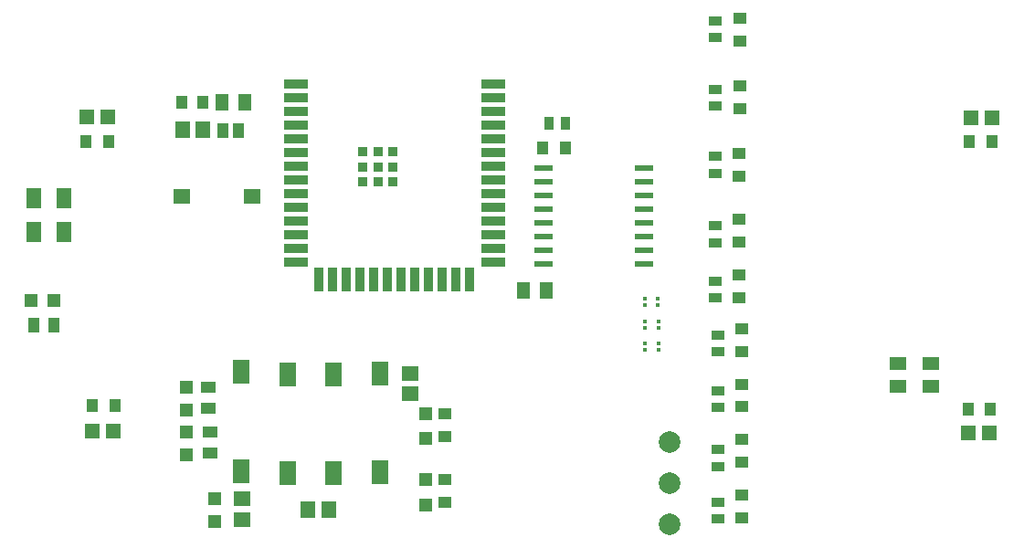
<source format=gtp>
G04*
G04 #@! TF.GenerationSoftware,Altium Limited,Altium Designer,20.2.5 (213)*
G04*
G04 Layer_Color=8421504*
%FSLAX44Y44*%
%MOMM*%
G71*
G04*
G04 #@! TF.SameCoordinates,141B8AC5-84E1-4BD6-917F-AD625E5865C0*
G04*
G04*
G04 #@! TF.FilePolarity,Positive*
G04*
G01*
G75*
%ADD20R,0.9000X0.9000*%
%ADD21R,0.9000X2.2500*%
%ADD22R,2.2500X0.9000*%
%ADD23R,0.4000X0.3800*%
%ADD24R,1.3700X1.9100*%
%ADD25C,2.0000*%
%ADD26R,1.0000X1.2500*%
%ADD27R,1.3000X1.1000*%
%ADD28R,1.2621X0.9549*%
%ADD29R,1.5082X1.2065*%
%ADD30R,1.2065X1.5082*%
%ADD31R,1.1000X1.3000*%
%ADD32R,1.6000X2.1800*%
%ADD33R,1.6000X2.2000*%
%ADD34R,0.9549X1.2621*%
%ADD35R,1.3549X1.4621*%
%ADD36R,1.1500X1.1500*%
%ADD37R,1.5500X1.3500*%
%ADD38R,1.2000X1.2000*%
%ADD39R,1.5000X1.4000*%
%ADD40R,1.0500X1.4500*%
%ADD41R,1.1000X1.3500*%
%ADD42R,1.4000X1.5000*%
%ADD43R,1.2000X1.2000*%
G04:AMPARAMS|DCode=44|XSize=0.55mm|YSize=1.7mm|CornerRadius=0.0495mm|HoleSize=0mm|Usage=FLASHONLY|Rotation=270.000|XOffset=0mm|YOffset=0mm|HoleType=Round|Shape=RoundedRectangle|*
%AMROUNDEDRECTD44*
21,1,0.5500,1.6010,0,0,270.0*
21,1,0.4510,1.7000,0,0,270.0*
1,1,0.0990,-0.8005,-0.2255*
1,1,0.0990,-0.8005,0.2255*
1,1,0.0990,0.8005,0.2255*
1,1,0.0990,0.8005,-0.2255*
%
%ADD44ROUNDEDRECTD44*%
%ADD45R,1.4082X1.0065*%
D20*
X2359000Y1244400D02*
D03*
X2345000D02*
D03*
X2331000D02*
D03*
X2359000Y1216400D02*
D03*
X2345000D02*
D03*
X2331000D02*
D03*
X2359000Y1230400D02*
D03*
X2331000D02*
D03*
X2345000D02*
D03*
D21*
X2429850Y1126000D02*
D03*
X2417150D02*
D03*
X2404450D02*
D03*
X2391750D02*
D03*
X2379050D02*
D03*
X2366350D02*
D03*
X2353650D02*
D03*
X2340950D02*
D03*
X2328250D02*
D03*
X2315550D02*
D03*
X2302850D02*
D03*
X2290150D02*
D03*
D22*
X2451500Y1307600D02*
D03*
Y1142500D02*
D03*
Y1155200D02*
D03*
Y1167900D02*
D03*
Y1180600D02*
D03*
Y1193300D02*
D03*
Y1206000D02*
D03*
Y1218700D02*
D03*
Y1231400D02*
D03*
Y1244100D02*
D03*
Y1256800D02*
D03*
Y1269500D02*
D03*
Y1282200D02*
D03*
Y1294900D02*
D03*
X2268750Y1269400D02*
D03*
Y1256700D02*
D03*
Y1244000D02*
D03*
Y1231300D02*
D03*
Y1218600D02*
D03*
Y1205900D02*
D03*
Y1193200D02*
D03*
Y1180500D02*
D03*
Y1167800D02*
D03*
Y1155100D02*
D03*
Y1142400D02*
D03*
Y1282100D02*
D03*
Y1294800D02*
D03*
Y1307500D02*
D03*
D23*
X2592500Y1066500D02*
D03*
Y1060880D02*
D03*
X2592000Y1086870D02*
D03*
Y1081250D02*
D03*
Y1102500D02*
D03*
Y1108120D02*
D03*
X2605000Y1060880D02*
D03*
Y1066500D02*
D03*
Y1081190D02*
D03*
Y1086810D02*
D03*
X2604500Y1108120D02*
D03*
Y1102500D02*
D03*
D24*
X2054210Y1201500D02*
D03*
X2025790D02*
D03*
X2054210Y1170000D02*
D03*
X2025790D02*
D03*
D25*
X2615001Y975000D02*
D03*
Y937496D02*
D03*
X2615000Y899250D02*
D03*
D26*
X2162895Y1290500D02*
D03*
X2182895D02*
D03*
D27*
X2679250Y1109500D02*
D03*
Y1130500D02*
D03*
X2407250Y919250D02*
D03*
Y940250D02*
D03*
Y980500D02*
D03*
Y1001500D02*
D03*
X2679250Y1161000D02*
D03*
Y1182000D02*
D03*
X2681750Y1059500D02*
D03*
Y1080500D02*
D03*
Y1008000D02*
D03*
Y1029000D02*
D03*
Y956500D02*
D03*
Y977500D02*
D03*
Y905000D02*
D03*
Y926000D02*
D03*
X2679650Y1242650D02*
D03*
Y1221650D02*
D03*
X2680000Y1305500D02*
D03*
Y1284500D02*
D03*
Y1368000D02*
D03*
Y1347000D02*
D03*
D28*
X2657500Y1108810D02*
D03*
Y1124323D02*
D03*
Y1160310D02*
D03*
Y1175823D02*
D03*
X2660000Y1058810D02*
D03*
Y1074323D02*
D03*
Y1007310D02*
D03*
Y1022823D02*
D03*
Y952655D02*
D03*
Y968168D02*
D03*
Y904310D02*
D03*
Y919823D02*
D03*
X2657500Y1240000D02*
D03*
Y1224487D02*
D03*
Y1302250D02*
D03*
Y1286737D02*
D03*
Y1365540D02*
D03*
Y1350027D02*
D03*
D29*
X2857500Y1048420D02*
D03*
Y1027403D02*
D03*
X2826750Y1048420D02*
D03*
Y1027403D02*
D03*
D30*
X2479663Y1116030D02*
D03*
X2500680D02*
D03*
X2221517Y1290500D02*
D03*
X2200500D02*
D03*
D31*
X2518500Y1248250D02*
D03*
X2497500D02*
D03*
X2074500Y1254250D02*
D03*
X2095500D02*
D03*
X2101000Y1009000D02*
D03*
X2080000D02*
D03*
X2912750Y1006000D02*
D03*
X2891750D02*
D03*
X2892750Y1253500D02*
D03*
X2913750D02*
D03*
D32*
X2303307Y946236D02*
D03*
X2261173Y1038236D02*
D03*
X2218250Y1040250D02*
D03*
X2346374Y947168D02*
D03*
D33*
X2303307Y1038136D02*
D03*
X2261173Y946336D02*
D03*
X2218250Y948350D02*
D03*
X2346374Y1039068D02*
D03*
D34*
X2518739Y1270732D02*
D03*
X2503226D02*
D03*
D35*
X2075000Y1276500D02*
D03*
X2094513D02*
D03*
X2099750Y985750D02*
D03*
X2080237D02*
D03*
X2911263Y983500D02*
D03*
X2891750D02*
D03*
X2894737Y1275750D02*
D03*
X2914250D02*
D03*
D36*
X2388750Y917000D02*
D03*
Y940500D02*
D03*
Y978500D02*
D03*
Y1002000D02*
D03*
D37*
X2219038Y903138D02*
D03*
Y922638D02*
D03*
D38*
X2193250Y901500D02*
D03*
Y922500D02*
D03*
X2167250Y984350D02*
D03*
Y963350D02*
D03*
X2167500Y1026000D02*
D03*
Y1005000D02*
D03*
D39*
X2228322Y1203230D02*
D03*
X2163322D02*
D03*
X2374318Y1020068D02*
D03*
Y1039068D02*
D03*
D40*
X2044158Y1084001D02*
D03*
X2025658D02*
D03*
D41*
X2201500Y1264000D02*
D03*
X2215500D02*
D03*
D42*
X2182500Y1264750D02*
D03*
X2163500D02*
D03*
X2299250Y912500D02*
D03*
X2280250D02*
D03*
D43*
X2044179Y1106321D02*
D03*
X2023179D02*
D03*
D44*
X2498500Y1229450D02*
D03*
Y1216750D02*
D03*
Y1204050D02*
D03*
Y1191350D02*
D03*
Y1178650D02*
D03*
Y1165950D02*
D03*
Y1153250D02*
D03*
Y1140550D02*
D03*
X2591500Y1229450D02*
D03*
Y1216750D02*
D03*
Y1204050D02*
D03*
Y1191350D02*
D03*
Y1178650D02*
D03*
Y1165950D02*
D03*
Y1153250D02*
D03*
Y1140550D02*
D03*
D45*
X2189000Y965241D02*
D03*
Y984259D02*
D03*
X2187500Y1006741D02*
D03*
Y1025759D02*
D03*
M02*

</source>
